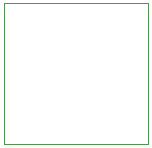
<source format=gbr>
%TF.GenerationSoftware,KiCad,Pcbnew,5.1.9*%
%TF.CreationDate,2021-04-01T11:34:07+02:00*%
%TF.ProjectId,8soic-adapter,38736f69-632d-4616-9461-707465722e6b,rev?*%
%TF.SameCoordinates,PX14d5020PY1b5f530*%
%TF.FileFunction,Profile,NP*%
%FSLAX46Y46*%
G04 Gerber Fmt 4.6, Leading zero omitted, Abs format (unit mm)*
G04 Created by KiCad (PCBNEW 5.1.9) date 2021-04-01 11:34:07*
%MOMM*%
%LPD*%
G01*
G04 APERTURE LIST*
%TA.AperFunction,Profile*%
%ADD10C,0.050000*%
%TD*%
G04 APERTURE END LIST*
D10*
X0Y11938000D02*
X0Y0D01*
X12192000Y11938000D02*
X0Y11938000D01*
X12192000Y0D02*
X12192000Y11938000D01*
X0Y0D02*
X12192000Y0D01*
M02*

</source>
